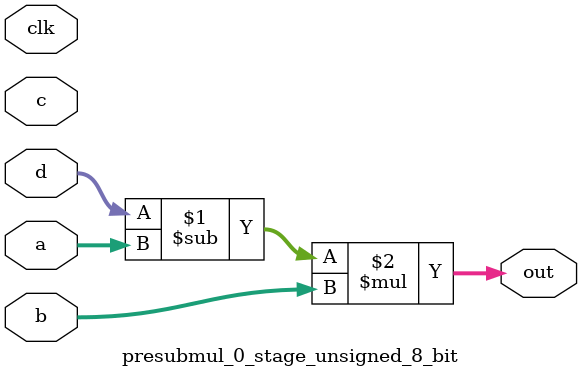
<source format=sv>
(* use_dsp = "yes" *) module presubmul_0_stage_unsigned_8_bit(
	input  [7:0] a,
	input  [7:0] b,
	input  [7:0] c,
	input  [7:0] d,
	output [7:0] out,
	input clk);

	assign out = (d - a) * b;
endmodule

</source>
